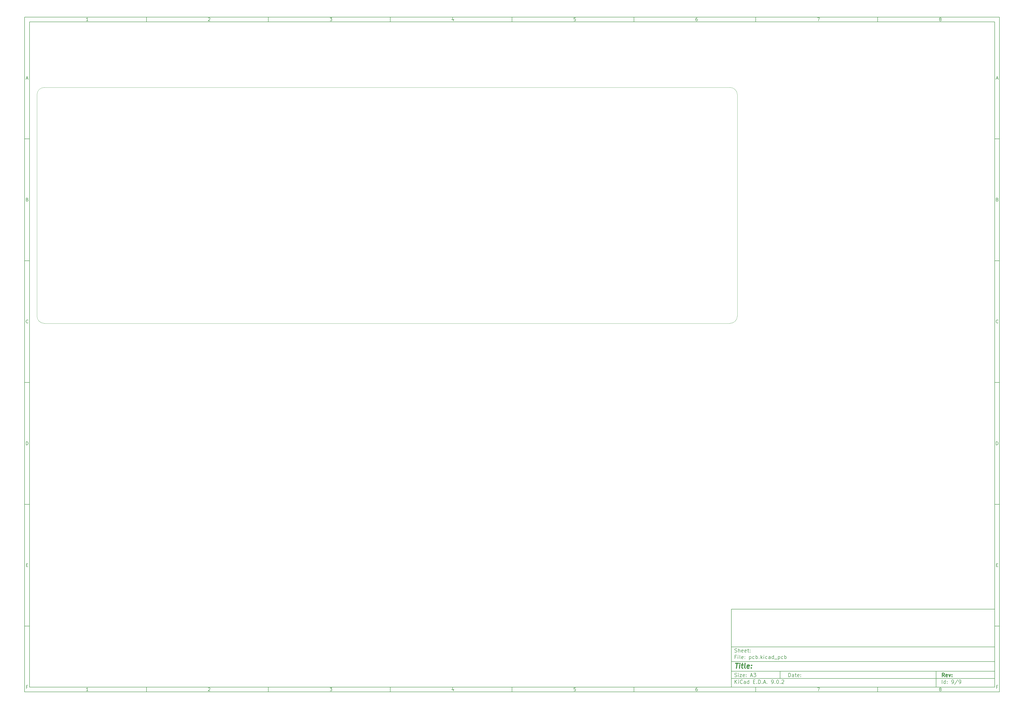
<source format=gbr>
%TF.GenerationSoftware,KiCad,Pcbnew,9.0.2*%
%TF.CreationDate,2025-06-22T01:03:44-04:00*%
%TF.ProjectId,pcb,7063622e-6b69-4636-9164-5f7063625858,rev?*%
%TF.SameCoordinates,Original*%
%TF.FileFunction,Profile,NP*%
%FSLAX46Y46*%
G04 Gerber Fmt 4.6, Leading zero omitted, Abs format (unit mm)*
G04 Created by KiCad (PCBNEW 9.0.2) date 2025-06-22 01:03:44*
%MOMM*%
%LPD*%
G01*
G04 APERTURE LIST*
%ADD10C,0.100000*%
%ADD11C,0.150000*%
%ADD12C,0.300000*%
%ADD13C,0.400000*%
%TA.AperFunction,Profile*%
%ADD14C,0.050000*%
%TD*%
G04 APERTURE END LIST*
D10*
D11*
X299989000Y-253002200D02*
X407989000Y-253002200D01*
X407989000Y-285002200D01*
X299989000Y-285002200D01*
X299989000Y-253002200D01*
D10*
D11*
X10000000Y-10000000D02*
X409989000Y-10000000D01*
X409989000Y-287002200D01*
X10000000Y-287002200D01*
X10000000Y-10000000D01*
D10*
D11*
X12000000Y-12000000D02*
X407989000Y-12000000D01*
X407989000Y-285002200D01*
X12000000Y-285002200D01*
X12000000Y-12000000D01*
D10*
D11*
X60000000Y-12000000D02*
X60000000Y-10000000D01*
D10*
D11*
X110000000Y-12000000D02*
X110000000Y-10000000D01*
D10*
D11*
X160000000Y-12000000D02*
X160000000Y-10000000D01*
D10*
D11*
X210000000Y-12000000D02*
X210000000Y-10000000D01*
D10*
D11*
X260000000Y-12000000D02*
X260000000Y-10000000D01*
D10*
D11*
X310000000Y-12000000D02*
X310000000Y-10000000D01*
D10*
D11*
X360000000Y-12000000D02*
X360000000Y-10000000D01*
D10*
D11*
X36089160Y-11593604D02*
X35346303Y-11593604D01*
X35717731Y-11593604D02*
X35717731Y-10293604D01*
X35717731Y-10293604D02*
X35593922Y-10479319D01*
X35593922Y-10479319D02*
X35470112Y-10603128D01*
X35470112Y-10603128D02*
X35346303Y-10665033D01*
D10*
D11*
X85346303Y-10417414D02*
X85408207Y-10355509D01*
X85408207Y-10355509D02*
X85532017Y-10293604D01*
X85532017Y-10293604D02*
X85841541Y-10293604D01*
X85841541Y-10293604D02*
X85965350Y-10355509D01*
X85965350Y-10355509D02*
X86027255Y-10417414D01*
X86027255Y-10417414D02*
X86089160Y-10541223D01*
X86089160Y-10541223D02*
X86089160Y-10665033D01*
X86089160Y-10665033D02*
X86027255Y-10850747D01*
X86027255Y-10850747D02*
X85284398Y-11593604D01*
X85284398Y-11593604D02*
X86089160Y-11593604D01*
D10*
D11*
X135284398Y-10293604D02*
X136089160Y-10293604D01*
X136089160Y-10293604D02*
X135655826Y-10788842D01*
X135655826Y-10788842D02*
X135841541Y-10788842D01*
X135841541Y-10788842D02*
X135965350Y-10850747D01*
X135965350Y-10850747D02*
X136027255Y-10912652D01*
X136027255Y-10912652D02*
X136089160Y-11036461D01*
X136089160Y-11036461D02*
X136089160Y-11345985D01*
X136089160Y-11345985D02*
X136027255Y-11469795D01*
X136027255Y-11469795D02*
X135965350Y-11531700D01*
X135965350Y-11531700D02*
X135841541Y-11593604D01*
X135841541Y-11593604D02*
X135470112Y-11593604D01*
X135470112Y-11593604D02*
X135346303Y-11531700D01*
X135346303Y-11531700D02*
X135284398Y-11469795D01*
D10*
D11*
X185965350Y-10726938D02*
X185965350Y-11593604D01*
X185655826Y-10231700D02*
X185346303Y-11160271D01*
X185346303Y-11160271D02*
X186151064Y-11160271D01*
D10*
D11*
X236027255Y-10293604D02*
X235408207Y-10293604D01*
X235408207Y-10293604D02*
X235346303Y-10912652D01*
X235346303Y-10912652D02*
X235408207Y-10850747D01*
X235408207Y-10850747D02*
X235532017Y-10788842D01*
X235532017Y-10788842D02*
X235841541Y-10788842D01*
X235841541Y-10788842D02*
X235965350Y-10850747D01*
X235965350Y-10850747D02*
X236027255Y-10912652D01*
X236027255Y-10912652D02*
X236089160Y-11036461D01*
X236089160Y-11036461D02*
X236089160Y-11345985D01*
X236089160Y-11345985D02*
X236027255Y-11469795D01*
X236027255Y-11469795D02*
X235965350Y-11531700D01*
X235965350Y-11531700D02*
X235841541Y-11593604D01*
X235841541Y-11593604D02*
X235532017Y-11593604D01*
X235532017Y-11593604D02*
X235408207Y-11531700D01*
X235408207Y-11531700D02*
X235346303Y-11469795D01*
D10*
D11*
X285965350Y-10293604D02*
X285717731Y-10293604D01*
X285717731Y-10293604D02*
X285593922Y-10355509D01*
X285593922Y-10355509D02*
X285532017Y-10417414D01*
X285532017Y-10417414D02*
X285408207Y-10603128D01*
X285408207Y-10603128D02*
X285346303Y-10850747D01*
X285346303Y-10850747D02*
X285346303Y-11345985D01*
X285346303Y-11345985D02*
X285408207Y-11469795D01*
X285408207Y-11469795D02*
X285470112Y-11531700D01*
X285470112Y-11531700D02*
X285593922Y-11593604D01*
X285593922Y-11593604D02*
X285841541Y-11593604D01*
X285841541Y-11593604D02*
X285965350Y-11531700D01*
X285965350Y-11531700D02*
X286027255Y-11469795D01*
X286027255Y-11469795D02*
X286089160Y-11345985D01*
X286089160Y-11345985D02*
X286089160Y-11036461D01*
X286089160Y-11036461D02*
X286027255Y-10912652D01*
X286027255Y-10912652D02*
X285965350Y-10850747D01*
X285965350Y-10850747D02*
X285841541Y-10788842D01*
X285841541Y-10788842D02*
X285593922Y-10788842D01*
X285593922Y-10788842D02*
X285470112Y-10850747D01*
X285470112Y-10850747D02*
X285408207Y-10912652D01*
X285408207Y-10912652D02*
X285346303Y-11036461D01*
D10*
D11*
X335284398Y-10293604D02*
X336151064Y-10293604D01*
X336151064Y-10293604D02*
X335593922Y-11593604D01*
D10*
D11*
X385593922Y-10850747D02*
X385470112Y-10788842D01*
X385470112Y-10788842D02*
X385408207Y-10726938D01*
X385408207Y-10726938D02*
X385346303Y-10603128D01*
X385346303Y-10603128D02*
X385346303Y-10541223D01*
X385346303Y-10541223D02*
X385408207Y-10417414D01*
X385408207Y-10417414D02*
X385470112Y-10355509D01*
X385470112Y-10355509D02*
X385593922Y-10293604D01*
X385593922Y-10293604D02*
X385841541Y-10293604D01*
X385841541Y-10293604D02*
X385965350Y-10355509D01*
X385965350Y-10355509D02*
X386027255Y-10417414D01*
X386027255Y-10417414D02*
X386089160Y-10541223D01*
X386089160Y-10541223D02*
X386089160Y-10603128D01*
X386089160Y-10603128D02*
X386027255Y-10726938D01*
X386027255Y-10726938D02*
X385965350Y-10788842D01*
X385965350Y-10788842D02*
X385841541Y-10850747D01*
X385841541Y-10850747D02*
X385593922Y-10850747D01*
X385593922Y-10850747D02*
X385470112Y-10912652D01*
X385470112Y-10912652D02*
X385408207Y-10974557D01*
X385408207Y-10974557D02*
X385346303Y-11098366D01*
X385346303Y-11098366D02*
X385346303Y-11345985D01*
X385346303Y-11345985D02*
X385408207Y-11469795D01*
X385408207Y-11469795D02*
X385470112Y-11531700D01*
X385470112Y-11531700D02*
X385593922Y-11593604D01*
X385593922Y-11593604D02*
X385841541Y-11593604D01*
X385841541Y-11593604D02*
X385965350Y-11531700D01*
X385965350Y-11531700D02*
X386027255Y-11469795D01*
X386027255Y-11469795D02*
X386089160Y-11345985D01*
X386089160Y-11345985D02*
X386089160Y-11098366D01*
X386089160Y-11098366D02*
X386027255Y-10974557D01*
X386027255Y-10974557D02*
X385965350Y-10912652D01*
X385965350Y-10912652D02*
X385841541Y-10850747D01*
D10*
D11*
X60000000Y-285002200D02*
X60000000Y-287002200D01*
D10*
D11*
X110000000Y-285002200D02*
X110000000Y-287002200D01*
D10*
D11*
X160000000Y-285002200D02*
X160000000Y-287002200D01*
D10*
D11*
X210000000Y-285002200D02*
X210000000Y-287002200D01*
D10*
D11*
X260000000Y-285002200D02*
X260000000Y-287002200D01*
D10*
D11*
X310000000Y-285002200D02*
X310000000Y-287002200D01*
D10*
D11*
X360000000Y-285002200D02*
X360000000Y-287002200D01*
D10*
D11*
X36089160Y-286595804D02*
X35346303Y-286595804D01*
X35717731Y-286595804D02*
X35717731Y-285295804D01*
X35717731Y-285295804D02*
X35593922Y-285481519D01*
X35593922Y-285481519D02*
X35470112Y-285605328D01*
X35470112Y-285605328D02*
X35346303Y-285667233D01*
D10*
D11*
X85346303Y-285419614D02*
X85408207Y-285357709D01*
X85408207Y-285357709D02*
X85532017Y-285295804D01*
X85532017Y-285295804D02*
X85841541Y-285295804D01*
X85841541Y-285295804D02*
X85965350Y-285357709D01*
X85965350Y-285357709D02*
X86027255Y-285419614D01*
X86027255Y-285419614D02*
X86089160Y-285543423D01*
X86089160Y-285543423D02*
X86089160Y-285667233D01*
X86089160Y-285667233D02*
X86027255Y-285852947D01*
X86027255Y-285852947D02*
X85284398Y-286595804D01*
X85284398Y-286595804D02*
X86089160Y-286595804D01*
D10*
D11*
X135284398Y-285295804D02*
X136089160Y-285295804D01*
X136089160Y-285295804D02*
X135655826Y-285791042D01*
X135655826Y-285791042D02*
X135841541Y-285791042D01*
X135841541Y-285791042D02*
X135965350Y-285852947D01*
X135965350Y-285852947D02*
X136027255Y-285914852D01*
X136027255Y-285914852D02*
X136089160Y-286038661D01*
X136089160Y-286038661D02*
X136089160Y-286348185D01*
X136089160Y-286348185D02*
X136027255Y-286471995D01*
X136027255Y-286471995D02*
X135965350Y-286533900D01*
X135965350Y-286533900D02*
X135841541Y-286595804D01*
X135841541Y-286595804D02*
X135470112Y-286595804D01*
X135470112Y-286595804D02*
X135346303Y-286533900D01*
X135346303Y-286533900D02*
X135284398Y-286471995D01*
D10*
D11*
X185965350Y-285729138D02*
X185965350Y-286595804D01*
X185655826Y-285233900D02*
X185346303Y-286162471D01*
X185346303Y-286162471D02*
X186151064Y-286162471D01*
D10*
D11*
X236027255Y-285295804D02*
X235408207Y-285295804D01*
X235408207Y-285295804D02*
X235346303Y-285914852D01*
X235346303Y-285914852D02*
X235408207Y-285852947D01*
X235408207Y-285852947D02*
X235532017Y-285791042D01*
X235532017Y-285791042D02*
X235841541Y-285791042D01*
X235841541Y-285791042D02*
X235965350Y-285852947D01*
X235965350Y-285852947D02*
X236027255Y-285914852D01*
X236027255Y-285914852D02*
X236089160Y-286038661D01*
X236089160Y-286038661D02*
X236089160Y-286348185D01*
X236089160Y-286348185D02*
X236027255Y-286471995D01*
X236027255Y-286471995D02*
X235965350Y-286533900D01*
X235965350Y-286533900D02*
X235841541Y-286595804D01*
X235841541Y-286595804D02*
X235532017Y-286595804D01*
X235532017Y-286595804D02*
X235408207Y-286533900D01*
X235408207Y-286533900D02*
X235346303Y-286471995D01*
D10*
D11*
X285965350Y-285295804D02*
X285717731Y-285295804D01*
X285717731Y-285295804D02*
X285593922Y-285357709D01*
X285593922Y-285357709D02*
X285532017Y-285419614D01*
X285532017Y-285419614D02*
X285408207Y-285605328D01*
X285408207Y-285605328D02*
X285346303Y-285852947D01*
X285346303Y-285852947D02*
X285346303Y-286348185D01*
X285346303Y-286348185D02*
X285408207Y-286471995D01*
X285408207Y-286471995D02*
X285470112Y-286533900D01*
X285470112Y-286533900D02*
X285593922Y-286595804D01*
X285593922Y-286595804D02*
X285841541Y-286595804D01*
X285841541Y-286595804D02*
X285965350Y-286533900D01*
X285965350Y-286533900D02*
X286027255Y-286471995D01*
X286027255Y-286471995D02*
X286089160Y-286348185D01*
X286089160Y-286348185D02*
X286089160Y-286038661D01*
X286089160Y-286038661D02*
X286027255Y-285914852D01*
X286027255Y-285914852D02*
X285965350Y-285852947D01*
X285965350Y-285852947D02*
X285841541Y-285791042D01*
X285841541Y-285791042D02*
X285593922Y-285791042D01*
X285593922Y-285791042D02*
X285470112Y-285852947D01*
X285470112Y-285852947D02*
X285408207Y-285914852D01*
X285408207Y-285914852D02*
X285346303Y-286038661D01*
D10*
D11*
X335284398Y-285295804D02*
X336151064Y-285295804D01*
X336151064Y-285295804D02*
X335593922Y-286595804D01*
D10*
D11*
X385593922Y-285852947D02*
X385470112Y-285791042D01*
X385470112Y-285791042D02*
X385408207Y-285729138D01*
X385408207Y-285729138D02*
X385346303Y-285605328D01*
X385346303Y-285605328D02*
X385346303Y-285543423D01*
X385346303Y-285543423D02*
X385408207Y-285419614D01*
X385408207Y-285419614D02*
X385470112Y-285357709D01*
X385470112Y-285357709D02*
X385593922Y-285295804D01*
X385593922Y-285295804D02*
X385841541Y-285295804D01*
X385841541Y-285295804D02*
X385965350Y-285357709D01*
X385965350Y-285357709D02*
X386027255Y-285419614D01*
X386027255Y-285419614D02*
X386089160Y-285543423D01*
X386089160Y-285543423D02*
X386089160Y-285605328D01*
X386089160Y-285605328D02*
X386027255Y-285729138D01*
X386027255Y-285729138D02*
X385965350Y-285791042D01*
X385965350Y-285791042D02*
X385841541Y-285852947D01*
X385841541Y-285852947D02*
X385593922Y-285852947D01*
X385593922Y-285852947D02*
X385470112Y-285914852D01*
X385470112Y-285914852D02*
X385408207Y-285976757D01*
X385408207Y-285976757D02*
X385346303Y-286100566D01*
X385346303Y-286100566D02*
X385346303Y-286348185D01*
X385346303Y-286348185D02*
X385408207Y-286471995D01*
X385408207Y-286471995D02*
X385470112Y-286533900D01*
X385470112Y-286533900D02*
X385593922Y-286595804D01*
X385593922Y-286595804D02*
X385841541Y-286595804D01*
X385841541Y-286595804D02*
X385965350Y-286533900D01*
X385965350Y-286533900D02*
X386027255Y-286471995D01*
X386027255Y-286471995D02*
X386089160Y-286348185D01*
X386089160Y-286348185D02*
X386089160Y-286100566D01*
X386089160Y-286100566D02*
X386027255Y-285976757D01*
X386027255Y-285976757D02*
X385965350Y-285914852D01*
X385965350Y-285914852D02*
X385841541Y-285852947D01*
D10*
D11*
X10000000Y-60000000D02*
X12000000Y-60000000D01*
D10*
D11*
X10000000Y-110000000D02*
X12000000Y-110000000D01*
D10*
D11*
X10000000Y-160000000D02*
X12000000Y-160000000D01*
D10*
D11*
X10000000Y-210000000D02*
X12000000Y-210000000D01*
D10*
D11*
X10000000Y-260000000D02*
X12000000Y-260000000D01*
D10*
D11*
X10690476Y-35222176D02*
X11309523Y-35222176D01*
X10566666Y-35593604D02*
X10999999Y-34293604D01*
X10999999Y-34293604D02*
X11433333Y-35593604D01*
D10*
D11*
X11092857Y-84912652D02*
X11278571Y-84974557D01*
X11278571Y-84974557D02*
X11340476Y-85036461D01*
X11340476Y-85036461D02*
X11402380Y-85160271D01*
X11402380Y-85160271D02*
X11402380Y-85345985D01*
X11402380Y-85345985D02*
X11340476Y-85469795D01*
X11340476Y-85469795D02*
X11278571Y-85531700D01*
X11278571Y-85531700D02*
X11154761Y-85593604D01*
X11154761Y-85593604D02*
X10659523Y-85593604D01*
X10659523Y-85593604D02*
X10659523Y-84293604D01*
X10659523Y-84293604D02*
X11092857Y-84293604D01*
X11092857Y-84293604D02*
X11216666Y-84355509D01*
X11216666Y-84355509D02*
X11278571Y-84417414D01*
X11278571Y-84417414D02*
X11340476Y-84541223D01*
X11340476Y-84541223D02*
X11340476Y-84665033D01*
X11340476Y-84665033D02*
X11278571Y-84788842D01*
X11278571Y-84788842D02*
X11216666Y-84850747D01*
X11216666Y-84850747D02*
X11092857Y-84912652D01*
X11092857Y-84912652D02*
X10659523Y-84912652D01*
D10*
D11*
X11402380Y-135469795D02*
X11340476Y-135531700D01*
X11340476Y-135531700D02*
X11154761Y-135593604D01*
X11154761Y-135593604D02*
X11030952Y-135593604D01*
X11030952Y-135593604D02*
X10845238Y-135531700D01*
X10845238Y-135531700D02*
X10721428Y-135407890D01*
X10721428Y-135407890D02*
X10659523Y-135284080D01*
X10659523Y-135284080D02*
X10597619Y-135036461D01*
X10597619Y-135036461D02*
X10597619Y-134850747D01*
X10597619Y-134850747D02*
X10659523Y-134603128D01*
X10659523Y-134603128D02*
X10721428Y-134479319D01*
X10721428Y-134479319D02*
X10845238Y-134355509D01*
X10845238Y-134355509D02*
X11030952Y-134293604D01*
X11030952Y-134293604D02*
X11154761Y-134293604D01*
X11154761Y-134293604D02*
X11340476Y-134355509D01*
X11340476Y-134355509D02*
X11402380Y-134417414D01*
D10*
D11*
X10659523Y-185593604D02*
X10659523Y-184293604D01*
X10659523Y-184293604D02*
X10969047Y-184293604D01*
X10969047Y-184293604D02*
X11154761Y-184355509D01*
X11154761Y-184355509D02*
X11278571Y-184479319D01*
X11278571Y-184479319D02*
X11340476Y-184603128D01*
X11340476Y-184603128D02*
X11402380Y-184850747D01*
X11402380Y-184850747D02*
X11402380Y-185036461D01*
X11402380Y-185036461D02*
X11340476Y-185284080D01*
X11340476Y-185284080D02*
X11278571Y-185407890D01*
X11278571Y-185407890D02*
X11154761Y-185531700D01*
X11154761Y-185531700D02*
X10969047Y-185593604D01*
X10969047Y-185593604D02*
X10659523Y-185593604D01*
D10*
D11*
X10721428Y-234912652D02*
X11154762Y-234912652D01*
X11340476Y-235593604D02*
X10721428Y-235593604D01*
X10721428Y-235593604D02*
X10721428Y-234293604D01*
X10721428Y-234293604D02*
X11340476Y-234293604D01*
D10*
D11*
X11185714Y-284912652D02*
X10752380Y-284912652D01*
X10752380Y-285593604D02*
X10752380Y-284293604D01*
X10752380Y-284293604D02*
X11371428Y-284293604D01*
D10*
D11*
X409989000Y-60000000D02*
X407989000Y-60000000D01*
D10*
D11*
X409989000Y-110000000D02*
X407989000Y-110000000D01*
D10*
D11*
X409989000Y-160000000D02*
X407989000Y-160000000D01*
D10*
D11*
X409989000Y-210000000D02*
X407989000Y-210000000D01*
D10*
D11*
X409989000Y-260000000D02*
X407989000Y-260000000D01*
D10*
D11*
X408679476Y-35222176D02*
X409298523Y-35222176D01*
X408555666Y-35593604D02*
X408988999Y-34293604D01*
X408988999Y-34293604D02*
X409422333Y-35593604D01*
D10*
D11*
X409081857Y-84912652D02*
X409267571Y-84974557D01*
X409267571Y-84974557D02*
X409329476Y-85036461D01*
X409329476Y-85036461D02*
X409391380Y-85160271D01*
X409391380Y-85160271D02*
X409391380Y-85345985D01*
X409391380Y-85345985D02*
X409329476Y-85469795D01*
X409329476Y-85469795D02*
X409267571Y-85531700D01*
X409267571Y-85531700D02*
X409143761Y-85593604D01*
X409143761Y-85593604D02*
X408648523Y-85593604D01*
X408648523Y-85593604D02*
X408648523Y-84293604D01*
X408648523Y-84293604D02*
X409081857Y-84293604D01*
X409081857Y-84293604D02*
X409205666Y-84355509D01*
X409205666Y-84355509D02*
X409267571Y-84417414D01*
X409267571Y-84417414D02*
X409329476Y-84541223D01*
X409329476Y-84541223D02*
X409329476Y-84665033D01*
X409329476Y-84665033D02*
X409267571Y-84788842D01*
X409267571Y-84788842D02*
X409205666Y-84850747D01*
X409205666Y-84850747D02*
X409081857Y-84912652D01*
X409081857Y-84912652D02*
X408648523Y-84912652D01*
D10*
D11*
X409391380Y-135469795D02*
X409329476Y-135531700D01*
X409329476Y-135531700D02*
X409143761Y-135593604D01*
X409143761Y-135593604D02*
X409019952Y-135593604D01*
X409019952Y-135593604D02*
X408834238Y-135531700D01*
X408834238Y-135531700D02*
X408710428Y-135407890D01*
X408710428Y-135407890D02*
X408648523Y-135284080D01*
X408648523Y-135284080D02*
X408586619Y-135036461D01*
X408586619Y-135036461D02*
X408586619Y-134850747D01*
X408586619Y-134850747D02*
X408648523Y-134603128D01*
X408648523Y-134603128D02*
X408710428Y-134479319D01*
X408710428Y-134479319D02*
X408834238Y-134355509D01*
X408834238Y-134355509D02*
X409019952Y-134293604D01*
X409019952Y-134293604D02*
X409143761Y-134293604D01*
X409143761Y-134293604D02*
X409329476Y-134355509D01*
X409329476Y-134355509D02*
X409391380Y-134417414D01*
D10*
D11*
X408648523Y-185593604D02*
X408648523Y-184293604D01*
X408648523Y-184293604D02*
X408958047Y-184293604D01*
X408958047Y-184293604D02*
X409143761Y-184355509D01*
X409143761Y-184355509D02*
X409267571Y-184479319D01*
X409267571Y-184479319D02*
X409329476Y-184603128D01*
X409329476Y-184603128D02*
X409391380Y-184850747D01*
X409391380Y-184850747D02*
X409391380Y-185036461D01*
X409391380Y-185036461D02*
X409329476Y-185284080D01*
X409329476Y-185284080D02*
X409267571Y-185407890D01*
X409267571Y-185407890D02*
X409143761Y-185531700D01*
X409143761Y-185531700D02*
X408958047Y-185593604D01*
X408958047Y-185593604D02*
X408648523Y-185593604D01*
D10*
D11*
X408710428Y-234912652D02*
X409143762Y-234912652D01*
X409329476Y-235593604D02*
X408710428Y-235593604D01*
X408710428Y-235593604D02*
X408710428Y-234293604D01*
X408710428Y-234293604D02*
X409329476Y-234293604D01*
D10*
D11*
X409174714Y-284912652D02*
X408741380Y-284912652D01*
X408741380Y-285593604D02*
X408741380Y-284293604D01*
X408741380Y-284293604D02*
X409360428Y-284293604D01*
D10*
D11*
X323444826Y-280788328D02*
X323444826Y-279288328D01*
X323444826Y-279288328D02*
X323801969Y-279288328D01*
X323801969Y-279288328D02*
X324016255Y-279359757D01*
X324016255Y-279359757D02*
X324159112Y-279502614D01*
X324159112Y-279502614D02*
X324230541Y-279645471D01*
X324230541Y-279645471D02*
X324301969Y-279931185D01*
X324301969Y-279931185D02*
X324301969Y-280145471D01*
X324301969Y-280145471D02*
X324230541Y-280431185D01*
X324230541Y-280431185D02*
X324159112Y-280574042D01*
X324159112Y-280574042D02*
X324016255Y-280716900D01*
X324016255Y-280716900D02*
X323801969Y-280788328D01*
X323801969Y-280788328D02*
X323444826Y-280788328D01*
X325587684Y-280788328D02*
X325587684Y-280002614D01*
X325587684Y-280002614D02*
X325516255Y-279859757D01*
X325516255Y-279859757D02*
X325373398Y-279788328D01*
X325373398Y-279788328D02*
X325087684Y-279788328D01*
X325087684Y-279788328D02*
X324944826Y-279859757D01*
X325587684Y-280716900D02*
X325444826Y-280788328D01*
X325444826Y-280788328D02*
X325087684Y-280788328D01*
X325087684Y-280788328D02*
X324944826Y-280716900D01*
X324944826Y-280716900D02*
X324873398Y-280574042D01*
X324873398Y-280574042D02*
X324873398Y-280431185D01*
X324873398Y-280431185D02*
X324944826Y-280288328D01*
X324944826Y-280288328D02*
X325087684Y-280216900D01*
X325087684Y-280216900D02*
X325444826Y-280216900D01*
X325444826Y-280216900D02*
X325587684Y-280145471D01*
X326087684Y-279788328D02*
X326659112Y-279788328D01*
X326301969Y-279288328D02*
X326301969Y-280574042D01*
X326301969Y-280574042D02*
X326373398Y-280716900D01*
X326373398Y-280716900D02*
X326516255Y-280788328D01*
X326516255Y-280788328D02*
X326659112Y-280788328D01*
X327730541Y-280716900D02*
X327587684Y-280788328D01*
X327587684Y-280788328D02*
X327301970Y-280788328D01*
X327301970Y-280788328D02*
X327159112Y-280716900D01*
X327159112Y-280716900D02*
X327087684Y-280574042D01*
X327087684Y-280574042D02*
X327087684Y-280002614D01*
X327087684Y-280002614D02*
X327159112Y-279859757D01*
X327159112Y-279859757D02*
X327301970Y-279788328D01*
X327301970Y-279788328D02*
X327587684Y-279788328D01*
X327587684Y-279788328D02*
X327730541Y-279859757D01*
X327730541Y-279859757D02*
X327801970Y-280002614D01*
X327801970Y-280002614D02*
X327801970Y-280145471D01*
X327801970Y-280145471D02*
X327087684Y-280288328D01*
X328444826Y-280645471D02*
X328516255Y-280716900D01*
X328516255Y-280716900D02*
X328444826Y-280788328D01*
X328444826Y-280788328D02*
X328373398Y-280716900D01*
X328373398Y-280716900D02*
X328444826Y-280645471D01*
X328444826Y-280645471D02*
X328444826Y-280788328D01*
X328444826Y-279859757D02*
X328516255Y-279931185D01*
X328516255Y-279931185D02*
X328444826Y-280002614D01*
X328444826Y-280002614D02*
X328373398Y-279931185D01*
X328373398Y-279931185D02*
X328444826Y-279859757D01*
X328444826Y-279859757D02*
X328444826Y-280002614D01*
D10*
D11*
X299989000Y-281502200D02*
X407989000Y-281502200D01*
D10*
D11*
X301444826Y-283588328D02*
X301444826Y-282088328D01*
X302301969Y-283588328D02*
X301659112Y-282731185D01*
X302301969Y-282088328D02*
X301444826Y-282945471D01*
X302944826Y-283588328D02*
X302944826Y-282588328D01*
X302944826Y-282088328D02*
X302873398Y-282159757D01*
X302873398Y-282159757D02*
X302944826Y-282231185D01*
X302944826Y-282231185D02*
X303016255Y-282159757D01*
X303016255Y-282159757D02*
X302944826Y-282088328D01*
X302944826Y-282088328D02*
X302944826Y-282231185D01*
X304516255Y-283445471D02*
X304444827Y-283516900D01*
X304444827Y-283516900D02*
X304230541Y-283588328D01*
X304230541Y-283588328D02*
X304087684Y-283588328D01*
X304087684Y-283588328D02*
X303873398Y-283516900D01*
X303873398Y-283516900D02*
X303730541Y-283374042D01*
X303730541Y-283374042D02*
X303659112Y-283231185D01*
X303659112Y-283231185D02*
X303587684Y-282945471D01*
X303587684Y-282945471D02*
X303587684Y-282731185D01*
X303587684Y-282731185D02*
X303659112Y-282445471D01*
X303659112Y-282445471D02*
X303730541Y-282302614D01*
X303730541Y-282302614D02*
X303873398Y-282159757D01*
X303873398Y-282159757D02*
X304087684Y-282088328D01*
X304087684Y-282088328D02*
X304230541Y-282088328D01*
X304230541Y-282088328D02*
X304444827Y-282159757D01*
X304444827Y-282159757D02*
X304516255Y-282231185D01*
X305801970Y-283588328D02*
X305801970Y-282802614D01*
X305801970Y-282802614D02*
X305730541Y-282659757D01*
X305730541Y-282659757D02*
X305587684Y-282588328D01*
X305587684Y-282588328D02*
X305301970Y-282588328D01*
X305301970Y-282588328D02*
X305159112Y-282659757D01*
X305801970Y-283516900D02*
X305659112Y-283588328D01*
X305659112Y-283588328D02*
X305301970Y-283588328D01*
X305301970Y-283588328D02*
X305159112Y-283516900D01*
X305159112Y-283516900D02*
X305087684Y-283374042D01*
X305087684Y-283374042D02*
X305087684Y-283231185D01*
X305087684Y-283231185D02*
X305159112Y-283088328D01*
X305159112Y-283088328D02*
X305301970Y-283016900D01*
X305301970Y-283016900D02*
X305659112Y-283016900D01*
X305659112Y-283016900D02*
X305801970Y-282945471D01*
X307159113Y-283588328D02*
X307159113Y-282088328D01*
X307159113Y-283516900D02*
X307016255Y-283588328D01*
X307016255Y-283588328D02*
X306730541Y-283588328D01*
X306730541Y-283588328D02*
X306587684Y-283516900D01*
X306587684Y-283516900D02*
X306516255Y-283445471D01*
X306516255Y-283445471D02*
X306444827Y-283302614D01*
X306444827Y-283302614D02*
X306444827Y-282874042D01*
X306444827Y-282874042D02*
X306516255Y-282731185D01*
X306516255Y-282731185D02*
X306587684Y-282659757D01*
X306587684Y-282659757D02*
X306730541Y-282588328D01*
X306730541Y-282588328D02*
X307016255Y-282588328D01*
X307016255Y-282588328D02*
X307159113Y-282659757D01*
X309016255Y-282802614D02*
X309516255Y-282802614D01*
X309730541Y-283588328D02*
X309016255Y-283588328D01*
X309016255Y-283588328D02*
X309016255Y-282088328D01*
X309016255Y-282088328D02*
X309730541Y-282088328D01*
X310373398Y-283445471D02*
X310444827Y-283516900D01*
X310444827Y-283516900D02*
X310373398Y-283588328D01*
X310373398Y-283588328D02*
X310301970Y-283516900D01*
X310301970Y-283516900D02*
X310373398Y-283445471D01*
X310373398Y-283445471D02*
X310373398Y-283588328D01*
X311087684Y-283588328D02*
X311087684Y-282088328D01*
X311087684Y-282088328D02*
X311444827Y-282088328D01*
X311444827Y-282088328D02*
X311659113Y-282159757D01*
X311659113Y-282159757D02*
X311801970Y-282302614D01*
X311801970Y-282302614D02*
X311873399Y-282445471D01*
X311873399Y-282445471D02*
X311944827Y-282731185D01*
X311944827Y-282731185D02*
X311944827Y-282945471D01*
X311944827Y-282945471D02*
X311873399Y-283231185D01*
X311873399Y-283231185D02*
X311801970Y-283374042D01*
X311801970Y-283374042D02*
X311659113Y-283516900D01*
X311659113Y-283516900D02*
X311444827Y-283588328D01*
X311444827Y-283588328D02*
X311087684Y-283588328D01*
X312587684Y-283445471D02*
X312659113Y-283516900D01*
X312659113Y-283516900D02*
X312587684Y-283588328D01*
X312587684Y-283588328D02*
X312516256Y-283516900D01*
X312516256Y-283516900D02*
X312587684Y-283445471D01*
X312587684Y-283445471D02*
X312587684Y-283588328D01*
X313230542Y-283159757D02*
X313944828Y-283159757D01*
X313087685Y-283588328D02*
X313587685Y-282088328D01*
X313587685Y-282088328D02*
X314087685Y-283588328D01*
X314587684Y-283445471D02*
X314659113Y-283516900D01*
X314659113Y-283516900D02*
X314587684Y-283588328D01*
X314587684Y-283588328D02*
X314516256Y-283516900D01*
X314516256Y-283516900D02*
X314587684Y-283445471D01*
X314587684Y-283445471D02*
X314587684Y-283588328D01*
X316516256Y-283588328D02*
X316801970Y-283588328D01*
X316801970Y-283588328D02*
X316944827Y-283516900D01*
X316944827Y-283516900D02*
X317016256Y-283445471D01*
X317016256Y-283445471D02*
X317159113Y-283231185D01*
X317159113Y-283231185D02*
X317230542Y-282945471D01*
X317230542Y-282945471D02*
X317230542Y-282374042D01*
X317230542Y-282374042D02*
X317159113Y-282231185D01*
X317159113Y-282231185D02*
X317087685Y-282159757D01*
X317087685Y-282159757D02*
X316944827Y-282088328D01*
X316944827Y-282088328D02*
X316659113Y-282088328D01*
X316659113Y-282088328D02*
X316516256Y-282159757D01*
X316516256Y-282159757D02*
X316444827Y-282231185D01*
X316444827Y-282231185D02*
X316373399Y-282374042D01*
X316373399Y-282374042D02*
X316373399Y-282731185D01*
X316373399Y-282731185D02*
X316444827Y-282874042D01*
X316444827Y-282874042D02*
X316516256Y-282945471D01*
X316516256Y-282945471D02*
X316659113Y-283016900D01*
X316659113Y-283016900D02*
X316944827Y-283016900D01*
X316944827Y-283016900D02*
X317087685Y-282945471D01*
X317087685Y-282945471D02*
X317159113Y-282874042D01*
X317159113Y-282874042D02*
X317230542Y-282731185D01*
X317873398Y-283445471D02*
X317944827Y-283516900D01*
X317944827Y-283516900D02*
X317873398Y-283588328D01*
X317873398Y-283588328D02*
X317801970Y-283516900D01*
X317801970Y-283516900D02*
X317873398Y-283445471D01*
X317873398Y-283445471D02*
X317873398Y-283588328D01*
X318873399Y-282088328D02*
X319016256Y-282088328D01*
X319016256Y-282088328D02*
X319159113Y-282159757D01*
X319159113Y-282159757D02*
X319230542Y-282231185D01*
X319230542Y-282231185D02*
X319301970Y-282374042D01*
X319301970Y-282374042D02*
X319373399Y-282659757D01*
X319373399Y-282659757D02*
X319373399Y-283016900D01*
X319373399Y-283016900D02*
X319301970Y-283302614D01*
X319301970Y-283302614D02*
X319230542Y-283445471D01*
X319230542Y-283445471D02*
X319159113Y-283516900D01*
X319159113Y-283516900D02*
X319016256Y-283588328D01*
X319016256Y-283588328D02*
X318873399Y-283588328D01*
X318873399Y-283588328D02*
X318730542Y-283516900D01*
X318730542Y-283516900D02*
X318659113Y-283445471D01*
X318659113Y-283445471D02*
X318587684Y-283302614D01*
X318587684Y-283302614D02*
X318516256Y-283016900D01*
X318516256Y-283016900D02*
X318516256Y-282659757D01*
X318516256Y-282659757D02*
X318587684Y-282374042D01*
X318587684Y-282374042D02*
X318659113Y-282231185D01*
X318659113Y-282231185D02*
X318730542Y-282159757D01*
X318730542Y-282159757D02*
X318873399Y-282088328D01*
X320016255Y-283445471D02*
X320087684Y-283516900D01*
X320087684Y-283516900D02*
X320016255Y-283588328D01*
X320016255Y-283588328D02*
X319944827Y-283516900D01*
X319944827Y-283516900D02*
X320016255Y-283445471D01*
X320016255Y-283445471D02*
X320016255Y-283588328D01*
X320659113Y-282231185D02*
X320730541Y-282159757D01*
X320730541Y-282159757D02*
X320873399Y-282088328D01*
X320873399Y-282088328D02*
X321230541Y-282088328D01*
X321230541Y-282088328D02*
X321373399Y-282159757D01*
X321373399Y-282159757D02*
X321444827Y-282231185D01*
X321444827Y-282231185D02*
X321516256Y-282374042D01*
X321516256Y-282374042D02*
X321516256Y-282516900D01*
X321516256Y-282516900D02*
X321444827Y-282731185D01*
X321444827Y-282731185D02*
X320587684Y-283588328D01*
X320587684Y-283588328D02*
X321516256Y-283588328D01*
D10*
D11*
X299989000Y-278502200D02*
X407989000Y-278502200D01*
D10*
D12*
X387400653Y-280780528D02*
X386900653Y-280066242D01*
X386543510Y-280780528D02*
X386543510Y-279280528D01*
X386543510Y-279280528D02*
X387114939Y-279280528D01*
X387114939Y-279280528D02*
X387257796Y-279351957D01*
X387257796Y-279351957D02*
X387329225Y-279423385D01*
X387329225Y-279423385D02*
X387400653Y-279566242D01*
X387400653Y-279566242D02*
X387400653Y-279780528D01*
X387400653Y-279780528D02*
X387329225Y-279923385D01*
X387329225Y-279923385D02*
X387257796Y-279994814D01*
X387257796Y-279994814D02*
X387114939Y-280066242D01*
X387114939Y-280066242D02*
X386543510Y-280066242D01*
X388614939Y-280709100D02*
X388472082Y-280780528D01*
X388472082Y-280780528D02*
X388186368Y-280780528D01*
X388186368Y-280780528D02*
X388043510Y-280709100D01*
X388043510Y-280709100D02*
X387972082Y-280566242D01*
X387972082Y-280566242D02*
X387972082Y-279994814D01*
X387972082Y-279994814D02*
X388043510Y-279851957D01*
X388043510Y-279851957D02*
X388186368Y-279780528D01*
X388186368Y-279780528D02*
X388472082Y-279780528D01*
X388472082Y-279780528D02*
X388614939Y-279851957D01*
X388614939Y-279851957D02*
X388686368Y-279994814D01*
X388686368Y-279994814D02*
X388686368Y-280137671D01*
X388686368Y-280137671D02*
X387972082Y-280280528D01*
X389186367Y-279780528D02*
X389543510Y-280780528D01*
X389543510Y-280780528D02*
X389900653Y-279780528D01*
X390472081Y-280637671D02*
X390543510Y-280709100D01*
X390543510Y-280709100D02*
X390472081Y-280780528D01*
X390472081Y-280780528D02*
X390400653Y-280709100D01*
X390400653Y-280709100D02*
X390472081Y-280637671D01*
X390472081Y-280637671D02*
X390472081Y-280780528D01*
X390472081Y-279851957D02*
X390543510Y-279923385D01*
X390543510Y-279923385D02*
X390472081Y-279994814D01*
X390472081Y-279994814D02*
X390400653Y-279923385D01*
X390400653Y-279923385D02*
X390472081Y-279851957D01*
X390472081Y-279851957D02*
X390472081Y-279994814D01*
D10*
D11*
X301373398Y-280716900D02*
X301587684Y-280788328D01*
X301587684Y-280788328D02*
X301944826Y-280788328D01*
X301944826Y-280788328D02*
X302087684Y-280716900D01*
X302087684Y-280716900D02*
X302159112Y-280645471D01*
X302159112Y-280645471D02*
X302230541Y-280502614D01*
X302230541Y-280502614D02*
X302230541Y-280359757D01*
X302230541Y-280359757D02*
X302159112Y-280216900D01*
X302159112Y-280216900D02*
X302087684Y-280145471D01*
X302087684Y-280145471D02*
X301944826Y-280074042D01*
X301944826Y-280074042D02*
X301659112Y-280002614D01*
X301659112Y-280002614D02*
X301516255Y-279931185D01*
X301516255Y-279931185D02*
X301444826Y-279859757D01*
X301444826Y-279859757D02*
X301373398Y-279716900D01*
X301373398Y-279716900D02*
X301373398Y-279574042D01*
X301373398Y-279574042D02*
X301444826Y-279431185D01*
X301444826Y-279431185D02*
X301516255Y-279359757D01*
X301516255Y-279359757D02*
X301659112Y-279288328D01*
X301659112Y-279288328D02*
X302016255Y-279288328D01*
X302016255Y-279288328D02*
X302230541Y-279359757D01*
X302873397Y-280788328D02*
X302873397Y-279788328D01*
X302873397Y-279288328D02*
X302801969Y-279359757D01*
X302801969Y-279359757D02*
X302873397Y-279431185D01*
X302873397Y-279431185D02*
X302944826Y-279359757D01*
X302944826Y-279359757D02*
X302873397Y-279288328D01*
X302873397Y-279288328D02*
X302873397Y-279431185D01*
X303444826Y-279788328D02*
X304230541Y-279788328D01*
X304230541Y-279788328D02*
X303444826Y-280788328D01*
X303444826Y-280788328D02*
X304230541Y-280788328D01*
X305373398Y-280716900D02*
X305230541Y-280788328D01*
X305230541Y-280788328D02*
X304944827Y-280788328D01*
X304944827Y-280788328D02*
X304801969Y-280716900D01*
X304801969Y-280716900D02*
X304730541Y-280574042D01*
X304730541Y-280574042D02*
X304730541Y-280002614D01*
X304730541Y-280002614D02*
X304801969Y-279859757D01*
X304801969Y-279859757D02*
X304944827Y-279788328D01*
X304944827Y-279788328D02*
X305230541Y-279788328D01*
X305230541Y-279788328D02*
X305373398Y-279859757D01*
X305373398Y-279859757D02*
X305444827Y-280002614D01*
X305444827Y-280002614D02*
X305444827Y-280145471D01*
X305444827Y-280145471D02*
X304730541Y-280288328D01*
X306087683Y-280645471D02*
X306159112Y-280716900D01*
X306159112Y-280716900D02*
X306087683Y-280788328D01*
X306087683Y-280788328D02*
X306016255Y-280716900D01*
X306016255Y-280716900D02*
X306087683Y-280645471D01*
X306087683Y-280645471D02*
X306087683Y-280788328D01*
X306087683Y-279859757D02*
X306159112Y-279931185D01*
X306159112Y-279931185D02*
X306087683Y-280002614D01*
X306087683Y-280002614D02*
X306016255Y-279931185D01*
X306016255Y-279931185D02*
X306087683Y-279859757D01*
X306087683Y-279859757D02*
X306087683Y-280002614D01*
X307873398Y-280359757D02*
X308587684Y-280359757D01*
X307730541Y-280788328D02*
X308230541Y-279288328D01*
X308230541Y-279288328D02*
X308730541Y-280788328D01*
X309087683Y-279288328D02*
X310016255Y-279288328D01*
X310016255Y-279288328D02*
X309516255Y-279859757D01*
X309516255Y-279859757D02*
X309730540Y-279859757D01*
X309730540Y-279859757D02*
X309873398Y-279931185D01*
X309873398Y-279931185D02*
X309944826Y-280002614D01*
X309944826Y-280002614D02*
X310016255Y-280145471D01*
X310016255Y-280145471D02*
X310016255Y-280502614D01*
X310016255Y-280502614D02*
X309944826Y-280645471D01*
X309944826Y-280645471D02*
X309873398Y-280716900D01*
X309873398Y-280716900D02*
X309730540Y-280788328D01*
X309730540Y-280788328D02*
X309301969Y-280788328D01*
X309301969Y-280788328D02*
X309159112Y-280716900D01*
X309159112Y-280716900D02*
X309087683Y-280645471D01*
D10*
D11*
X386444826Y-283588328D02*
X386444826Y-282088328D01*
X387801970Y-283588328D02*
X387801970Y-282088328D01*
X387801970Y-283516900D02*
X387659112Y-283588328D01*
X387659112Y-283588328D02*
X387373398Y-283588328D01*
X387373398Y-283588328D02*
X387230541Y-283516900D01*
X387230541Y-283516900D02*
X387159112Y-283445471D01*
X387159112Y-283445471D02*
X387087684Y-283302614D01*
X387087684Y-283302614D02*
X387087684Y-282874042D01*
X387087684Y-282874042D02*
X387159112Y-282731185D01*
X387159112Y-282731185D02*
X387230541Y-282659757D01*
X387230541Y-282659757D02*
X387373398Y-282588328D01*
X387373398Y-282588328D02*
X387659112Y-282588328D01*
X387659112Y-282588328D02*
X387801970Y-282659757D01*
X388516255Y-283445471D02*
X388587684Y-283516900D01*
X388587684Y-283516900D02*
X388516255Y-283588328D01*
X388516255Y-283588328D02*
X388444827Y-283516900D01*
X388444827Y-283516900D02*
X388516255Y-283445471D01*
X388516255Y-283445471D02*
X388516255Y-283588328D01*
X388516255Y-282659757D02*
X388587684Y-282731185D01*
X388587684Y-282731185D02*
X388516255Y-282802614D01*
X388516255Y-282802614D02*
X388444827Y-282731185D01*
X388444827Y-282731185D02*
X388516255Y-282659757D01*
X388516255Y-282659757D02*
X388516255Y-282802614D01*
X390444827Y-283588328D02*
X390730541Y-283588328D01*
X390730541Y-283588328D02*
X390873398Y-283516900D01*
X390873398Y-283516900D02*
X390944827Y-283445471D01*
X390944827Y-283445471D02*
X391087684Y-283231185D01*
X391087684Y-283231185D02*
X391159113Y-282945471D01*
X391159113Y-282945471D02*
X391159113Y-282374042D01*
X391159113Y-282374042D02*
X391087684Y-282231185D01*
X391087684Y-282231185D02*
X391016256Y-282159757D01*
X391016256Y-282159757D02*
X390873398Y-282088328D01*
X390873398Y-282088328D02*
X390587684Y-282088328D01*
X390587684Y-282088328D02*
X390444827Y-282159757D01*
X390444827Y-282159757D02*
X390373398Y-282231185D01*
X390373398Y-282231185D02*
X390301970Y-282374042D01*
X390301970Y-282374042D02*
X390301970Y-282731185D01*
X390301970Y-282731185D02*
X390373398Y-282874042D01*
X390373398Y-282874042D02*
X390444827Y-282945471D01*
X390444827Y-282945471D02*
X390587684Y-283016900D01*
X390587684Y-283016900D02*
X390873398Y-283016900D01*
X390873398Y-283016900D02*
X391016256Y-282945471D01*
X391016256Y-282945471D02*
X391087684Y-282874042D01*
X391087684Y-282874042D02*
X391159113Y-282731185D01*
X392873398Y-282016900D02*
X391587684Y-283945471D01*
X393444827Y-283588328D02*
X393730541Y-283588328D01*
X393730541Y-283588328D02*
X393873398Y-283516900D01*
X393873398Y-283516900D02*
X393944827Y-283445471D01*
X393944827Y-283445471D02*
X394087684Y-283231185D01*
X394087684Y-283231185D02*
X394159113Y-282945471D01*
X394159113Y-282945471D02*
X394159113Y-282374042D01*
X394159113Y-282374042D02*
X394087684Y-282231185D01*
X394087684Y-282231185D02*
X394016256Y-282159757D01*
X394016256Y-282159757D02*
X393873398Y-282088328D01*
X393873398Y-282088328D02*
X393587684Y-282088328D01*
X393587684Y-282088328D02*
X393444827Y-282159757D01*
X393444827Y-282159757D02*
X393373398Y-282231185D01*
X393373398Y-282231185D02*
X393301970Y-282374042D01*
X393301970Y-282374042D02*
X393301970Y-282731185D01*
X393301970Y-282731185D02*
X393373398Y-282874042D01*
X393373398Y-282874042D02*
X393444827Y-282945471D01*
X393444827Y-282945471D02*
X393587684Y-283016900D01*
X393587684Y-283016900D02*
X393873398Y-283016900D01*
X393873398Y-283016900D02*
X394016256Y-282945471D01*
X394016256Y-282945471D02*
X394087684Y-282874042D01*
X394087684Y-282874042D02*
X394159113Y-282731185D01*
D10*
D11*
X299989000Y-274502200D02*
X407989000Y-274502200D01*
D10*
D13*
X301680728Y-275206638D02*
X302823585Y-275206638D01*
X302002157Y-277206638D02*
X302252157Y-275206638D01*
X303240252Y-277206638D02*
X303406919Y-275873304D01*
X303490252Y-275206638D02*
X303383109Y-275301876D01*
X303383109Y-275301876D02*
X303466443Y-275397114D01*
X303466443Y-275397114D02*
X303573586Y-275301876D01*
X303573586Y-275301876D02*
X303490252Y-275206638D01*
X303490252Y-275206638D02*
X303466443Y-275397114D01*
X304073586Y-275873304D02*
X304835490Y-275873304D01*
X304442633Y-275206638D02*
X304228348Y-276920923D01*
X304228348Y-276920923D02*
X304299776Y-277111400D01*
X304299776Y-277111400D02*
X304478348Y-277206638D01*
X304478348Y-277206638D02*
X304668824Y-277206638D01*
X305621205Y-277206638D02*
X305442633Y-277111400D01*
X305442633Y-277111400D02*
X305371205Y-276920923D01*
X305371205Y-276920923D02*
X305585490Y-275206638D01*
X307156919Y-277111400D02*
X306954538Y-277206638D01*
X306954538Y-277206638D02*
X306573585Y-277206638D01*
X306573585Y-277206638D02*
X306395014Y-277111400D01*
X306395014Y-277111400D02*
X306323585Y-276920923D01*
X306323585Y-276920923D02*
X306418824Y-276159019D01*
X306418824Y-276159019D02*
X306537871Y-275968542D01*
X306537871Y-275968542D02*
X306740252Y-275873304D01*
X306740252Y-275873304D02*
X307121204Y-275873304D01*
X307121204Y-275873304D02*
X307299776Y-275968542D01*
X307299776Y-275968542D02*
X307371204Y-276159019D01*
X307371204Y-276159019D02*
X307347395Y-276349495D01*
X307347395Y-276349495D02*
X306371204Y-276539971D01*
X308121205Y-277016161D02*
X308204538Y-277111400D01*
X308204538Y-277111400D02*
X308097395Y-277206638D01*
X308097395Y-277206638D02*
X308014062Y-277111400D01*
X308014062Y-277111400D02*
X308121205Y-277016161D01*
X308121205Y-277016161D02*
X308097395Y-277206638D01*
X308252157Y-275968542D02*
X308335490Y-276063780D01*
X308335490Y-276063780D02*
X308228348Y-276159019D01*
X308228348Y-276159019D02*
X308145014Y-276063780D01*
X308145014Y-276063780D02*
X308252157Y-275968542D01*
X308252157Y-275968542D02*
X308228348Y-276159019D01*
D10*
D11*
X301944826Y-272602614D02*
X301444826Y-272602614D01*
X301444826Y-273388328D02*
X301444826Y-271888328D01*
X301444826Y-271888328D02*
X302159112Y-271888328D01*
X302730540Y-273388328D02*
X302730540Y-272388328D01*
X302730540Y-271888328D02*
X302659112Y-271959757D01*
X302659112Y-271959757D02*
X302730540Y-272031185D01*
X302730540Y-272031185D02*
X302801969Y-271959757D01*
X302801969Y-271959757D02*
X302730540Y-271888328D01*
X302730540Y-271888328D02*
X302730540Y-272031185D01*
X303659112Y-273388328D02*
X303516255Y-273316900D01*
X303516255Y-273316900D02*
X303444826Y-273174042D01*
X303444826Y-273174042D02*
X303444826Y-271888328D01*
X304801969Y-273316900D02*
X304659112Y-273388328D01*
X304659112Y-273388328D02*
X304373398Y-273388328D01*
X304373398Y-273388328D02*
X304230540Y-273316900D01*
X304230540Y-273316900D02*
X304159112Y-273174042D01*
X304159112Y-273174042D02*
X304159112Y-272602614D01*
X304159112Y-272602614D02*
X304230540Y-272459757D01*
X304230540Y-272459757D02*
X304373398Y-272388328D01*
X304373398Y-272388328D02*
X304659112Y-272388328D01*
X304659112Y-272388328D02*
X304801969Y-272459757D01*
X304801969Y-272459757D02*
X304873398Y-272602614D01*
X304873398Y-272602614D02*
X304873398Y-272745471D01*
X304873398Y-272745471D02*
X304159112Y-272888328D01*
X305516254Y-273245471D02*
X305587683Y-273316900D01*
X305587683Y-273316900D02*
X305516254Y-273388328D01*
X305516254Y-273388328D02*
X305444826Y-273316900D01*
X305444826Y-273316900D02*
X305516254Y-273245471D01*
X305516254Y-273245471D02*
X305516254Y-273388328D01*
X305516254Y-272459757D02*
X305587683Y-272531185D01*
X305587683Y-272531185D02*
X305516254Y-272602614D01*
X305516254Y-272602614D02*
X305444826Y-272531185D01*
X305444826Y-272531185D02*
X305516254Y-272459757D01*
X305516254Y-272459757D02*
X305516254Y-272602614D01*
X307373397Y-272388328D02*
X307373397Y-273888328D01*
X307373397Y-272459757D02*
X307516255Y-272388328D01*
X307516255Y-272388328D02*
X307801969Y-272388328D01*
X307801969Y-272388328D02*
X307944826Y-272459757D01*
X307944826Y-272459757D02*
X308016255Y-272531185D01*
X308016255Y-272531185D02*
X308087683Y-272674042D01*
X308087683Y-272674042D02*
X308087683Y-273102614D01*
X308087683Y-273102614D02*
X308016255Y-273245471D01*
X308016255Y-273245471D02*
X307944826Y-273316900D01*
X307944826Y-273316900D02*
X307801969Y-273388328D01*
X307801969Y-273388328D02*
X307516255Y-273388328D01*
X307516255Y-273388328D02*
X307373397Y-273316900D01*
X309373398Y-273316900D02*
X309230540Y-273388328D01*
X309230540Y-273388328D02*
X308944826Y-273388328D01*
X308944826Y-273388328D02*
X308801969Y-273316900D01*
X308801969Y-273316900D02*
X308730540Y-273245471D01*
X308730540Y-273245471D02*
X308659112Y-273102614D01*
X308659112Y-273102614D02*
X308659112Y-272674042D01*
X308659112Y-272674042D02*
X308730540Y-272531185D01*
X308730540Y-272531185D02*
X308801969Y-272459757D01*
X308801969Y-272459757D02*
X308944826Y-272388328D01*
X308944826Y-272388328D02*
X309230540Y-272388328D01*
X309230540Y-272388328D02*
X309373398Y-272459757D01*
X310016254Y-273388328D02*
X310016254Y-271888328D01*
X310016254Y-272459757D02*
X310159112Y-272388328D01*
X310159112Y-272388328D02*
X310444826Y-272388328D01*
X310444826Y-272388328D02*
X310587683Y-272459757D01*
X310587683Y-272459757D02*
X310659112Y-272531185D01*
X310659112Y-272531185D02*
X310730540Y-272674042D01*
X310730540Y-272674042D02*
X310730540Y-273102614D01*
X310730540Y-273102614D02*
X310659112Y-273245471D01*
X310659112Y-273245471D02*
X310587683Y-273316900D01*
X310587683Y-273316900D02*
X310444826Y-273388328D01*
X310444826Y-273388328D02*
X310159112Y-273388328D01*
X310159112Y-273388328D02*
X310016254Y-273316900D01*
X311373397Y-273245471D02*
X311444826Y-273316900D01*
X311444826Y-273316900D02*
X311373397Y-273388328D01*
X311373397Y-273388328D02*
X311301969Y-273316900D01*
X311301969Y-273316900D02*
X311373397Y-273245471D01*
X311373397Y-273245471D02*
X311373397Y-273388328D01*
X312087683Y-273388328D02*
X312087683Y-271888328D01*
X312230541Y-272816900D02*
X312659112Y-273388328D01*
X312659112Y-272388328D02*
X312087683Y-272959757D01*
X313301969Y-273388328D02*
X313301969Y-272388328D01*
X313301969Y-271888328D02*
X313230541Y-271959757D01*
X313230541Y-271959757D02*
X313301969Y-272031185D01*
X313301969Y-272031185D02*
X313373398Y-271959757D01*
X313373398Y-271959757D02*
X313301969Y-271888328D01*
X313301969Y-271888328D02*
X313301969Y-272031185D01*
X314659113Y-273316900D02*
X314516255Y-273388328D01*
X314516255Y-273388328D02*
X314230541Y-273388328D01*
X314230541Y-273388328D02*
X314087684Y-273316900D01*
X314087684Y-273316900D02*
X314016255Y-273245471D01*
X314016255Y-273245471D02*
X313944827Y-273102614D01*
X313944827Y-273102614D02*
X313944827Y-272674042D01*
X313944827Y-272674042D02*
X314016255Y-272531185D01*
X314016255Y-272531185D02*
X314087684Y-272459757D01*
X314087684Y-272459757D02*
X314230541Y-272388328D01*
X314230541Y-272388328D02*
X314516255Y-272388328D01*
X314516255Y-272388328D02*
X314659113Y-272459757D01*
X315944827Y-273388328D02*
X315944827Y-272602614D01*
X315944827Y-272602614D02*
X315873398Y-272459757D01*
X315873398Y-272459757D02*
X315730541Y-272388328D01*
X315730541Y-272388328D02*
X315444827Y-272388328D01*
X315444827Y-272388328D02*
X315301969Y-272459757D01*
X315944827Y-273316900D02*
X315801969Y-273388328D01*
X315801969Y-273388328D02*
X315444827Y-273388328D01*
X315444827Y-273388328D02*
X315301969Y-273316900D01*
X315301969Y-273316900D02*
X315230541Y-273174042D01*
X315230541Y-273174042D02*
X315230541Y-273031185D01*
X315230541Y-273031185D02*
X315301969Y-272888328D01*
X315301969Y-272888328D02*
X315444827Y-272816900D01*
X315444827Y-272816900D02*
X315801969Y-272816900D01*
X315801969Y-272816900D02*
X315944827Y-272745471D01*
X317301970Y-273388328D02*
X317301970Y-271888328D01*
X317301970Y-273316900D02*
X317159112Y-273388328D01*
X317159112Y-273388328D02*
X316873398Y-273388328D01*
X316873398Y-273388328D02*
X316730541Y-273316900D01*
X316730541Y-273316900D02*
X316659112Y-273245471D01*
X316659112Y-273245471D02*
X316587684Y-273102614D01*
X316587684Y-273102614D02*
X316587684Y-272674042D01*
X316587684Y-272674042D02*
X316659112Y-272531185D01*
X316659112Y-272531185D02*
X316730541Y-272459757D01*
X316730541Y-272459757D02*
X316873398Y-272388328D01*
X316873398Y-272388328D02*
X317159112Y-272388328D01*
X317159112Y-272388328D02*
X317301970Y-272459757D01*
X317659113Y-273531185D02*
X318801970Y-273531185D01*
X319159112Y-272388328D02*
X319159112Y-273888328D01*
X319159112Y-272459757D02*
X319301970Y-272388328D01*
X319301970Y-272388328D02*
X319587684Y-272388328D01*
X319587684Y-272388328D02*
X319730541Y-272459757D01*
X319730541Y-272459757D02*
X319801970Y-272531185D01*
X319801970Y-272531185D02*
X319873398Y-272674042D01*
X319873398Y-272674042D02*
X319873398Y-273102614D01*
X319873398Y-273102614D02*
X319801970Y-273245471D01*
X319801970Y-273245471D02*
X319730541Y-273316900D01*
X319730541Y-273316900D02*
X319587684Y-273388328D01*
X319587684Y-273388328D02*
X319301970Y-273388328D01*
X319301970Y-273388328D02*
X319159112Y-273316900D01*
X321159113Y-273316900D02*
X321016255Y-273388328D01*
X321016255Y-273388328D02*
X320730541Y-273388328D01*
X320730541Y-273388328D02*
X320587684Y-273316900D01*
X320587684Y-273316900D02*
X320516255Y-273245471D01*
X320516255Y-273245471D02*
X320444827Y-273102614D01*
X320444827Y-273102614D02*
X320444827Y-272674042D01*
X320444827Y-272674042D02*
X320516255Y-272531185D01*
X320516255Y-272531185D02*
X320587684Y-272459757D01*
X320587684Y-272459757D02*
X320730541Y-272388328D01*
X320730541Y-272388328D02*
X321016255Y-272388328D01*
X321016255Y-272388328D02*
X321159113Y-272459757D01*
X321801969Y-273388328D02*
X321801969Y-271888328D01*
X321801969Y-272459757D02*
X321944827Y-272388328D01*
X321944827Y-272388328D02*
X322230541Y-272388328D01*
X322230541Y-272388328D02*
X322373398Y-272459757D01*
X322373398Y-272459757D02*
X322444827Y-272531185D01*
X322444827Y-272531185D02*
X322516255Y-272674042D01*
X322516255Y-272674042D02*
X322516255Y-273102614D01*
X322516255Y-273102614D02*
X322444827Y-273245471D01*
X322444827Y-273245471D02*
X322373398Y-273316900D01*
X322373398Y-273316900D02*
X322230541Y-273388328D01*
X322230541Y-273388328D02*
X321944827Y-273388328D01*
X321944827Y-273388328D02*
X321801969Y-273316900D01*
D10*
D11*
X299989000Y-268502200D02*
X407989000Y-268502200D01*
D10*
D11*
X301373398Y-270616900D02*
X301587684Y-270688328D01*
X301587684Y-270688328D02*
X301944826Y-270688328D01*
X301944826Y-270688328D02*
X302087684Y-270616900D01*
X302087684Y-270616900D02*
X302159112Y-270545471D01*
X302159112Y-270545471D02*
X302230541Y-270402614D01*
X302230541Y-270402614D02*
X302230541Y-270259757D01*
X302230541Y-270259757D02*
X302159112Y-270116900D01*
X302159112Y-270116900D02*
X302087684Y-270045471D01*
X302087684Y-270045471D02*
X301944826Y-269974042D01*
X301944826Y-269974042D02*
X301659112Y-269902614D01*
X301659112Y-269902614D02*
X301516255Y-269831185D01*
X301516255Y-269831185D02*
X301444826Y-269759757D01*
X301444826Y-269759757D02*
X301373398Y-269616900D01*
X301373398Y-269616900D02*
X301373398Y-269474042D01*
X301373398Y-269474042D02*
X301444826Y-269331185D01*
X301444826Y-269331185D02*
X301516255Y-269259757D01*
X301516255Y-269259757D02*
X301659112Y-269188328D01*
X301659112Y-269188328D02*
X302016255Y-269188328D01*
X302016255Y-269188328D02*
X302230541Y-269259757D01*
X302873397Y-270688328D02*
X302873397Y-269188328D01*
X303516255Y-270688328D02*
X303516255Y-269902614D01*
X303516255Y-269902614D02*
X303444826Y-269759757D01*
X303444826Y-269759757D02*
X303301969Y-269688328D01*
X303301969Y-269688328D02*
X303087683Y-269688328D01*
X303087683Y-269688328D02*
X302944826Y-269759757D01*
X302944826Y-269759757D02*
X302873397Y-269831185D01*
X304801969Y-270616900D02*
X304659112Y-270688328D01*
X304659112Y-270688328D02*
X304373398Y-270688328D01*
X304373398Y-270688328D02*
X304230540Y-270616900D01*
X304230540Y-270616900D02*
X304159112Y-270474042D01*
X304159112Y-270474042D02*
X304159112Y-269902614D01*
X304159112Y-269902614D02*
X304230540Y-269759757D01*
X304230540Y-269759757D02*
X304373398Y-269688328D01*
X304373398Y-269688328D02*
X304659112Y-269688328D01*
X304659112Y-269688328D02*
X304801969Y-269759757D01*
X304801969Y-269759757D02*
X304873398Y-269902614D01*
X304873398Y-269902614D02*
X304873398Y-270045471D01*
X304873398Y-270045471D02*
X304159112Y-270188328D01*
X306087683Y-270616900D02*
X305944826Y-270688328D01*
X305944826Y-270688328D02*
X305659112Y-270688328D01*
X305659112Y-270688328D02*
X305516254Y-270616900D01*
X305516254Y-270616900D02*
X305444826Y-270474042D01*
X305444826Y-270474042D02*
X305444826Y-269902614D01*
X305444826Y-269902614D02*
X305516254Y-269759757D01*
X305516254Y-269759757D02*
X305659112Y-269688328D01*
X305659112Y-269688328D02*
X305944826Y-269688328D01*
X305944826Y-269688328D02*
X306087683Y-269759757D01*
X306087683Y-269759757D02*
X306159112Y-269902614D01*
X306159112Y-269902614D02*
X306159112Y-270045471D01*
X306159112Y-270045471D02*
X305444826Y-270188328D01*
X306587683Y-269688328D02*
X307159111Y-269688328D01*
X306801968Y-269188328D02*
X306801968Y-270474042D01*
X306801968Y-270474042D02*
X306873397Y-270616900D01*
X306873397Y-270616900D02*
X307016254Y-270688328D01*
X307016254Y-270688328D02*
X307159111Y-270688328D01*
X307659111Y-270545471D02*
X307730540Y-270616900D01*
X307730540Y-270616900D02*
X307659111Y-270688328D01*
X307659111Y-270688328D02*
X307587683Y-270616900D01*
X307587683Y-270616900D02*
X307659111Y-270545471D01*
X307659111Y-270545471D02*
X307659111Y-270688328D01*
X307659111Y-269759757D02*
X307730540Y-269831185D01*
X307730540Y-269831185D02*
X307659111Y-269902614D01*
X307659111Y-269902614D02*
X307587683Y-269831185D01*
X307587683Y-269831185D02*
X307659111Y-269759757D01*
X307659111Y-269759757D02*
X307659111Y-269902614D01*
D10*
D11*
X319989000Y-278502200D02*
X319989000Y-281502200D01*
D10*
D11*
X383989000Y-278502200D02*
X383989000Y-285002200D01*
D14*
X302418750Y-132731250D02*
G75*
G02*
X299418750Y-135731250I-3000050J50D01*
G01*
X18081250Y-135731250D02*
G75*
G02*
X15081250Y-132731250I0J3000000D01*
G01*
X299418750Y-38893750D02*
G75*
G02*
X302418750Y-41893750I-50J-3000050D01*
G01*
X15081250Y-41893750D02*
G75*
G02*
X18081250Y-38893750I3000000J0D01*
G01*
X302418750Y-41893750D02*
X302418750Y-132731250D01*
X299418750Y-135731250D02*
X18081250Y-135731250D01*
X15081250Y-132731250D02*
X15081250Y-41893750D01*
X18081250Y-38893750D02*
X299418750Y-38893750D01*
M02*

</source>
